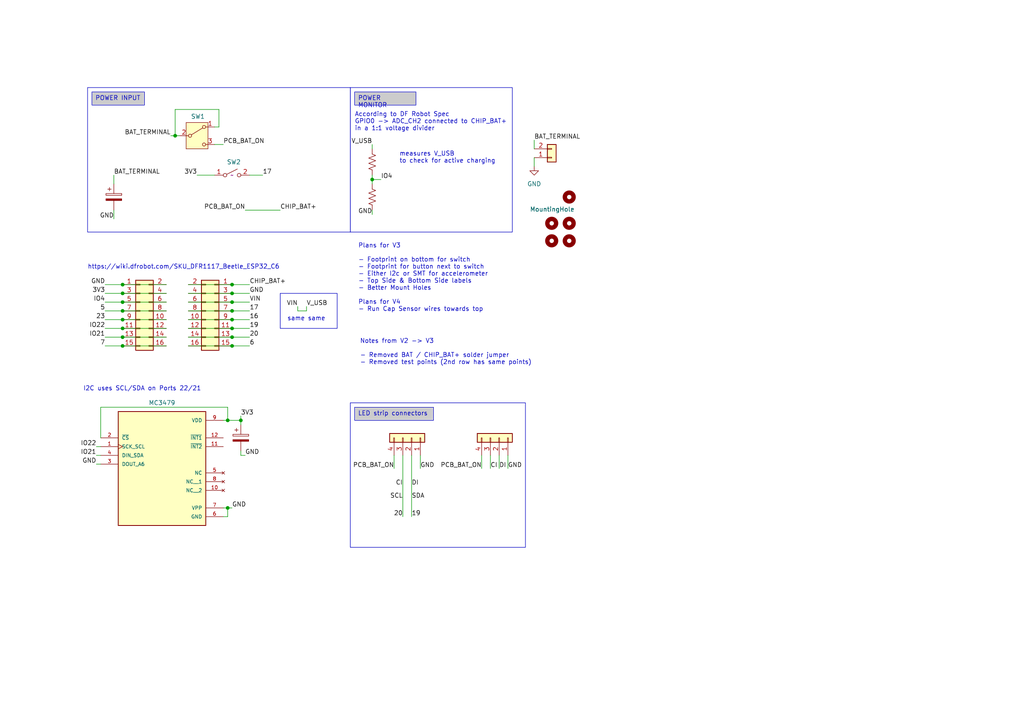
<source format=kicad_sch>
(kicad_sch (version 20231120) (generator "eeschema") (generator_version "8.0")
  (paper "A4")
  (title_block (title "PovPOI") (date "2024-06-10") (rev "3"))
  (lib_symbols
    (symbol "Connector_Generic:Conn_01x02" (pin_names (offset 1.016) hide)
      (property "Reference" "J" (at 0 2.54 0))
      (property "Value" "Conn_01x02" (at 0 -5.08 0))
      (symbol "Conn_01x02_1_1"
        (rectangle (start -1.27 -2.413) (end 0 -2.667) (stroke (width 0.1524)))
        (rectangle (start -1.27 0.127) (end 0 -0.127) (stroke (width 0.1524)))
        (rectangle (start -1.27 1.27) (end 1.27 -3.81) (stroke (width 0.254)) (fill (type background)))
        (pin passive line (at -5.08 0 0) (length 3.81) (name "Pin_1") (number "1"))
        (pin passive line (at -5.08 -2.54 0) (length 3.81) (name "Pin_2") (number "2"))
      )
    )
    (symbol "Connector_Generic:Conn_01x04" (pin_names (offset 1.016) hide)
      (property "Reference" "J" (at 0 5.08 0))
      (property "Value" "Conn_01x04" (at 0 -7.62 0))
      (symbol "Conn_01x04_1_1"
        (rectangle (start -1.27 -4.953) (end 0 -5.207) (stroke (width 0.1524)))
        (rectangle (start -1.27 -2.413) (end 0 -2.667) (stroke (width 0.1524)))
        (rectangle (start -1.27 0.127) (end 0 -0.127) (stroke (width 0.1524)))
        (rectangle (start -1.27 2.667) (end 0 2.413) (stroke (width 0.1524)))
        (rectangle (start -1.27 3.81) (end 1.27 -6.35) (stroke (width 0.254)) (fill (type background)))
        (pin passive line (at -5.08 2.54 0) (length 3.81) (name "Pin_1") (number "1"))
        (pin passive line (at -5.08 0 0) (length 3.81) (name "Pin_2") (number "2"))
        (pin passive line (at -5.08 -2.54 0) (length 3.81) (name "Pin_3") (number "3"))
        (pin passive line (at -5.08 -5.08 0) (length 3.81) (name "Pin_4") (number "4"))
      )
    )
    (symbol "Connector_Generic:Conn_02x08_Odd_Even" (pin_names (offset 1.016) hide)
      (property "Reference" "J" (at 1.27 10.16 0))
      (property "Value" "Conn_02x08_Odd_Even" (at 1.27 -12.7 0))
      (symbol "Conn_02x08_Odd_Even_1_1"
        (rectangle (start -1.27 -10.033) (end 0 -10.287) (stroke (width 0.1524)))
        (rectangle (start -1.27 -7.493) (end 0 -7.747) (stroke (width 0.1524)))
        (rectangle (start -1.27 -4.953) (end 0 -5.207) (stroke (width 0.1524)))
        (rectangle (start -1.27 -2.413) (end 0 -2.667) (stroke (width 0.1524)))
        (rectangle (start -1.27 0.127) (end 0 -0.127) (stroke (width 0.1524)))
        (rectangle (start -1.27 2.667) (end 0 2.413) (stroke (width 0.1524)))
        (rectangle (start -1.27 5.207) (end 0 4.953) (stroke (width 0.1524)))
        (rectangle (start -1.27 7.747) (end 0 7.493) (stroke (width 0.1524)))
        (rectangle (start -1.27 8.89) (end 3.81 -11.43) (stroke (width 0.254)) (fill (type background)))
        (rectangle (start 3.81 -10.033) (end 2.54 -10.287) (stroke (width 0.1524)))
        (rectangle (start 3.81 -7.493) (end 2.54 -7.747) (stroke (width 0.1524)))
        (rectangle (start 3.81 -4.953) (end 2.54 -5.207) (stroke (width 0.1524)))
        (rectangle (start 3.81 -2.413) (end 2.54 -2.667) (stroke (width 0.1524)))
        (rectangle (start 3.81 0.127) (end 2.54 -0.127) (stroke (width 0.1524)))
        (rectangle (start 3.81 2.667) (end 2.54 2.413) (stroke (width 0.1524)))
        (rectangle (start 3.81 5.207) (end 2.54 4.953) (stroke (width 0.1524)))
        (rectangle (start 3.81 7.747) (end 2.54 7.493) (stroke (width 0.1524)))
        (pin passive line (at -5.08 7.62 0) (length 3.81) (name "Pin_1") (number "1"))
        (pin passive line (at 7.62 -2.54 180) (length 3.81) (name "Pin_10") (number "10"))
        (pin passive line (at -5.08 -5.08 0) (length 3.81) (name "Pin_11") (number "11"))
        (pin passive line (at 7.62 -5.08 180) (length 3.81) (name "Pin_12") (number "12"))
        (pin passive line (at -5.08 -7.62 0) (length 3.81) (name "Pin_13") (number "13"))
        (pin passive line (at 7.62 -7.62 180) (length 3.81) (name "Pin_14") (number "14"))
        (pin passive line (at -5.08 -10.16 0) (length 3.81) (name "Pin_15") (number "15"))
        (pin passive line (at 7.62 -10.16 180) (length 3.81) (name "Pin_16") (number "16"))
        (pin passive line (at 7.62 7.62 180) (length 3.81) (name "Pin_2") (number "2"))
        (pin passive line (at -5.08 5.08 0) (length 3.81) (name "Pin_3") (number "3"))
        (pin passive line (at 7.62 5.08 180) (length 3.81) (name "Pin_4") (number "4"))
        (pin passive line (at -5.08 2.54 0) (length 3.81) (name "Pin_5") (number "5"))
        (pin passive line (at 7.62 2.54 180) (length 3.81) (name "Pin_6") (number "6"))
        (pin passive line (at -5.08 0 0) (length 3.81) (name "Pin_7") (number "7"))
        (pin passive line (at 7.62 0 180) (length 3.81) (name "Pin_8") (number "8"))
        (pin passive line (at -5.08 -2.54 0) (length 3.81) (name "Pin_9") (number "9"))
      )
    )
    (symbol "Device:C_Polarized" (pin_numbers hide) (pin_names (offset 0.254))
      (property "Reference" "C" (at 0.635 2.54 0))
      (property "Value" "C_Polarized" (at 0.635 -2.54 0))
      (symbol "C_Polarized_0_1"
        (rectangle (start -2.286 0.508) (end 2.286 1.016))
        (polyline (pts (xy -1.778 2.286) (xy -0.762 2.286)))
        (polyline (pts (xy -1.27 2.794) (xy -1.27 1.778)))
        (rectangle (start 2.286 -0.508) (end -2.286 -1.016) (fill (type outline)))
      )
      (symbol "C_Polarized_1_1"
        (pin passive line (at 0 3.81 270) (length 2.794) (name "~") (number "1"))
        (pin passive line (at 0 -3.81 90) (length 2.794) (name "~") (number "2"))
      )
    )
    (symbol "Device:R_US" (pin_numbers hide) (pin_names (offset 0))
      (property "Reference" "R" (at 2.54 0 90))
      (property "Value" "R_US" (at -2.54 0 90))
      (symbol "R_US_0_1"
        (polyline (pts (xy 0 -2.286) (xy 0 -2.54)))
        (polyline (pts (xy 0 2.286) (xy 0 2.54)))
        (polyline (pts (xy 0 -0.762) (xy 1.016 -1.143) (xy 0 -1.524) (xy -1.016 -1.905) (xy 0 -2.286)))
        (polyline (pts (xy 0 0.762) (xy 1.016 0.381) (xy 0 0) (xy -1.016 -0.381) (xy 0 -0.762)))
        (polyline (pts (xy 0 2.286) (xy 1.016 1.905) (xy 0 1.524) (xy -1.016 1.143) (xy 0 0.762)))
      )
      (symbol "R_US_1_1"
        (pin passive line (at 0 3.81 270) (length 1.27) (name "~") (number "1"))
        (pin passive line (at 0 -3.81 90) (length 1.27) (name "~") (number "2"))
      )
    )
    (symbol "MC3479:MC3479" (pin_names (offset 1.016))
      (property "Reference" "U" (at -12.7 13.462 0))
      (property "Value" "MC3479" (at -12.7 -22.86 0))
      (symbol "MC3479_0_0"
        (rectangle (start -12.7 -20.32) (end 12.7 12.7) (stroke (width 0.254)) (fill (type background)))
        (pin input clock (at -17.78 2.54 0) (length 5.08) (name "SCK_SCL") (number "1"))
        (pin no_connect line (at 17.78 -10.16 180) (length 5.08) (name "NC__2") (number "10"))
        (pin output line (at 17.78 2.54 180) (length 5.08) (name "~{INT2}") (number "11"))
        (pin output line (at 17.78 5.08 180) (length 5.08) (name "~{INT1}") (number "12"))
        (pin input line (at -17.78 5.08 0) (length 5.08) (name "~{CS}") (number "2"))
        (pin bidirectional line (at -17.78 -2.54 0) (length 5.08) (name "DOUT_A6") (number "3"))
        (pin bidirectional line (at -17.78 0 0) (length 5.08) (name "DIN_SDA") (number "4"))
        (pin no_connect line (at 17.78 -5.08 180) (length 5.08) (name "NC") (number "5"))
        (pin power_in line (at 17.78 -17.78 180) (length 5.08) (name "GND") (number "6"))
        (pin passive line (at 17.78 -15.24 180) (length 5.08) (name "VPP") (number "7"))
        (pin no_connect line (at 17.78 -7.62 180) (length 5.08) (name "NC__1") (number "8"))
        (pin power_in line (at 17.78 10.16 180) (length 5.08) (name "VDD") (number "9"))
      )
    )
    (symbol "Mechanical:MountingHole" (pin_names (offset 1.016))
      (property "Reference" "H" (at 0 5.08 0))
      (property "Value" "MountingHole" (at 0 3.175 0))
      (symbol "MountingHole_0_1"
        (circle (center 0 0) (radius 1.27) (stroke (width 1.27)))
      )
    )
    (symbol "Switch:SW_SPDT" (pin_names (offset 0) hide)
      (property "Reference" "SW" (at 0 5.08 0))
      (property "Value" "SW_SPDT" (at 0 -5.08 0))
      (symbol "SW_SPDT_0_1"
        (circle (center -2.032 0) (radius 0.4572))
        (polyline (pts (xy -1.651 0.254) (xy 1.651 2.286)))
        (circle (center 2.032 -2.54) (radius 0.4572))
        (circle (center 2.032 2.54) (radius 0.4572))
      )
      (symbol "SW_SPDT_1_1"
        (rectangle (start -3.175 3.81) (end 3.175 -3.81) (fill (type background)))
        (pin passive line (at 5.08 2.54 180) (length 2.54) (name "A") (number "1"))
        (pin passive line (at -5.08 0 0) (length 2.54) (name "B") (number "2"))
        (pin passive line (at 5.08 -2.54 180) (length 2.54) (name "C") (number "3"))
      )
    )
    (symbol "Switch:SW_SPST" (pin_names (offset 0) hide)
      (property "Reference" "SW" (at 0 3.175 0))
      (property "Value" "SW_SPST" (at 0 -2.54 0))
      (symbol "SW_SPST_0_0"
        (circle (center -2.032 0) (radius 0.508))
        (polyline (pts (xy -1.524 0.254) (xy 1.524 1.778)))
        (circle (center 2.032 0) (radius 0.508))
      )
      (symbol "SW_SPST_1_1"
        (pin passive line (at -5.08 0 0) (length 2.54) (name "A") (number "1"))
        (pin passive line (at 5.08 0 180) (length 2.54) (name "B") (number "2"))
      )
    )
    (symbol "power:GND" (power) (pin_names (offset 0))
      (property "Value" "GND" (at 0 -3.81 0))
      (symbol "GND_0_1"
        (polyline (pts (xy 0 0) (xy 0 -1.27) (xy 1.27 -1.27) (xy 0 -2.54) (xy -1.27 -1.27) (xy 0 -1.27)))
      )
      (symbol "GND_1_1"
        (pin power_in line (at 0 0 270) (length 0) hide (name "GND") (number "1"))
      )
    )
  )
  (junction (at 35.56 87.63))
  (junction (at 69.85 121.92))
  (junction (at 35.56 95.25))
  (junction (at 35.56 82.55))
  (junction (at 67.31 97.79))
  (junction (at 67.31 85.09))
  (junction (at 35.56 85.09))
  (junction (at 67.31 100.33))
  (junction (at 67.31 95.25))
  (junction (at 67.31 87.63))
  (junction (at 35.56 90.17))
  (junction (at 107.95 52.07))
  (junction (at 35.56 97.79))
  (junction (at 50.8 39.37))
  (junction (at 66.04 121.92))
  (junction (at 66.04 147.32))
  (junction (at 67.31 82.55))
  (junction (at 67.31 92.71))
  (junction (at 67.31 90.17))
  (junction (at 35.56 100.33))
  (junction (at 35.56 92.71))
  (wire (pts (xy 35.56 92.71) (xy 48.26 92.71)))
  (wire (pts (xy 116.84 132.08) (xy 116.84 149.86)))
  (wire (pts (xy 62.23 36.83) (xy 63.5 36.83)))
  (wire (pts (xy 88.9 90.17) (xy 88.9 88.9)))
  (wire (pts (xy 35.56 100.33) (xy 48.26 100.33)))
  (wire (pts (xy 30.48 85.09) (xy 35.56 85.09)))
  (wire (pts (xy 67.31 92.71) (xy 72.39 92.71)))
  (wire (pts (xy 50.8 31.75) (xy 63.5 31.75)))
  (wire (pts (xy 142.24 132.08) (xy 142.24 135.89)))
  (wire (pts (xy 54.61 87.63) (xy 67.31 87.63)))
  (wire (pts (xy 27.94 129.54) (xy 29.21 129.54)))
  (wire (pts (xy 107.95 52.07) (xy 110.49 52.07)))
  (wire (pts (xy 114.3 132.08) (xy 114.3 135.89)))
  (wire (pts (xy 69.85 132.08) (xy 69.85 130.81)))
  (wire (pts (xy 107.95 60.96) (xy 107.95 62.23)))
  (wire (pts (xy 64.77 121.92) (xy 66.04 121.92)))
  (wire (pts (xy 27.94 134.62) (xy 29.21 134.62)))
  (wire (pts (xy 30.48 90.17) (xy 35.56 90.17)))
  (wire (pts (xy 67.31 100.33) (xy 72.39 100.33)))
  (wire (pts (xy 121.92 132.08) (xy 121.92 135.89)))
  (wire (pts (xy 54.61 82.55) (xy 67.31 82.55)))
  (wire (pts (xy 144.78 132.08) (xy 144.78 135.89)))
  (wire (pts (xy 64.77 147.32) (xy 66.04 147.32)))
  (wire (pts (xy 66.04 147.32) (xy 67.31 147.32)))
  (wire (pts (xy 29.21 127) (xy 29.21 118.11)))
  (wire (pts (xy 30.48 82.55) (xy 35.56 82.55)))
  (wire (pts (xy 69.85 123.19) (xy 69.85 121.92)))
  (wire (pts (xy 67.31 87.63) (xy 72.39 87.63)))
  (wire (pts (xy 71.12 132.08) (xy 69.85 132.08)))
  (wire (pts (xy 62.23 41.91) (xy 64.77 41.91)))
  (wire (pts (xy 154.94 45.72) (xy 154.94 48.26)))
  (wire (pts (xy 119.38 132.08) (xy 119.38 149.86)))
  (wire (pts (xy 49.53 39.37) (xy 50.8 39.37)))
  (wire (pts (xy 107.95 50.8) (xy 107.95 52.07)))
  (wire (pts (xy 86.36 90.17) (xy 86.36 88.9)))
  (wire (pts (xy 66.04 149.86) (xy 66.04 147.32)))
  (wire (pts (xy 35.56 87.63) (xy 48.26 87.63)))
  (wire (pts (xy 30.48 87.63) (xy 35.56 87.63)))
  (wire (pts (xy 71.12 60.96) (xy 81.28 60.96)))
  (wire (pts (xy 139.7 132.08) (xy 139.7 135.89)))
  (wire (pts (xy 54.61 90.17) (xy 67.31 90.17)))
  (wire (pts (xy 30.48 95.25) (xy 35.56 95.25)))
  (wire (pts (xy 50.8 31.75) (xy 50.8 39.37)))
  (wire (pts (xy 63.5 31.75) (xy 63.5 36.83)))
  (wire (pts (xy 147.32 132.08) (xy 147.32 135.89)))
  (wire (pts (xy 35.56 82.55) (xy 48.26 82.55)))
  (wire (pts (xy 72.39 50.8) (xy 76.2 50.8)))
  (wire (pts (xy 35.56 95.25) (xy 48.26 95.25)))
  (wire (pts (xy 33.02 60.96) (xy 33.02 63.5)))
  (wire (pts (xy 69.85 121.92) (xy 66.04 121.92)))
  (wire (pts (xy 54.61 85.09) (xy 67.31 85.09)))
  (wire (pts (xy 57.15 50.8) (xy 62.23 50.8)))
  (wire (pts (xy 107.95 41.91) (xy 107.95 43.18)))
  (wire (pts (xy 54.61 92.71) (xy 67.31 92.71)))
  (wire (pts (xy 27.94 132.08) (xy 29.21 132.08)))
  (wire (pts (xy 69.85 120.65) (xy 69.85 121.92)))
  (wire (pts (xy 54.61 95.25) (xy 67.31 95.25)))
  (wire (pts (xy 54.61 100.33) (xy 67.31 100.33)))
  (wire (pts (xy 35.56 85.09) (xy 48.26 85.09)))
  (wire (pts (xy 50.8 39.37) (xy 52.07 39.37)))
  (wire (pts (xy 35.56 90.17) (xy 48.26 90.17)))
  (wire (pts (xy 66.04 118.11) (xy 66.04 121.92)))
  (wire (pts (xy 30.48 92.71) (xy 35.56 92.71)))
  (wire (pts (xy 67.31 90.17) (xy 72.39 90.17)))
  (wire (pts (xy 67.31 82.55) (xy 72.39 82.55)))
  (wire (pts (xy 107.95 53.34) (xy 107.95 52.07)))
  (wire (pts (xy 86.36 90.17) (xy 88.9 90.17)))
  (wire (pts (xy 67.31 85.09) (xy 72.39 85.09)))
  (wire (pts (xy 64.77 149.86) (xy 66.04 149.86)))
  (wire (pts (xy 29.21 118.11) (xy 66.04 118.11)))
  (wire (pts (xy 30.48 97.79) (xy 35.56 97.79)))
  (wire (pts (xy 54.61 97.79) (xy 67.31 97.79)))
  (wire (pts (xy 67.31 97.79) (xy 72.39 97.79)))
  (wire (pts (xy 67.31 95.25) (xy 72.39 95.25)))
  (wire (pts (xy 33.02 50.8) (xy 33.02 53.34)))
  (wire (pts (xy 154.94 40.64) (xy 154.94 43.18)))
  (wire (pts (xy 35.56 97.79) (xy 48.26 97.79)))
  (wire (pts (xy 30.48 100.33) (xy 35.56 100.33)))
  (rectangle (start 101.6 25.4) (end 148.59 67.31))
  (rectangle (start 25.4 25.4) (end 101.6 67.31))
  (rectangle (start 101.6 116.84) (end 152.4 158.75))
  (rectangle (start 81.28 85.09) (end 97.79 95.25))
  (text_box "POWER INPUT" (at 26.67 26.67 0) (size 15.24 3.81) (fill (type color) (color 204 204 204 1)) (effects (font (size 1.27 1.27)) (justify left top)))
  (text_box "LED strip connectors" (at 102.87 118.11 0) (size 22.86 3.81) (fill (type color) (color 204 204 204 1)) (effects (font (size 1.27 1.27)) (justify left top)))
  (text_box "POWER MONITOR\n" (at 102.87 26.67 0) (size 17.78 3.81) (fill (type color) (color 204 204 204 1)) (effects (font (size 1.27 1.27)) (justify left top)))
  (text "https://wiki.dfrobot.com/SKU_DFR1117_Beetle_ESP32_C6" (at 25.4 78.232 0) (effects (font (size 1.27 1.27)) (justify left bottom)))
  (text "same same\n" (at 83.312 93.218 0) (effects (font (size 1.27 1.27)) (justify left bottom)))
  (text "Plans for V3\n\n- Footprint on bottom for switch\n- Footprint for button next to switch\n- Either I2c or SMT for accelerometer\n- Top Side & Bottom Side labels\n- Better Mount Holes\n\nPlans for V4\n- Run Cap Sensor wires towards top\n" (at 103.886 70.612 0) (effects (font (size 1.27 1.27)) (justify left top)))
  (text "I2C uses SCL/SDA on Ports 22/21" (at 24.13 113.538 0) (effects (font (size 1.27 1.27)) (justify left bottom)))
  (text "Notes from V2 -> V3\n\n- Removed BAT / CHIP_BAT+ solder jumper\n- Removed test points (2nd row has same points)" (at 104.394 105.918 0) (effects (font (size 1.27 1.27)) (justify left bottom)))
  (text "measures V_USB\nto check for active charging" (at 115.824 47.498 0) (effects (font (size 1.27 1.27)) (justify left bottom)))
  (text "According to DF Robot Spec\nGPIO0 -> ADC_CH2 connected to CHIP_BAT+\nin a 1:1 voltage divider" (at 102.87 38.1 0) (effects (font (size 1.27 1.27)) (justify left bottom)))
  (label "GND" (at 107.95 62.23 180))
  (label "3V3" (at 57.15 50.8 180))
  (label "20" (at 72.39 97.79 0))
  (label "GND" (at 71.12 132.08 0))
  (label "GND" (at 121.92 135.89 0))
  (label "GND" (at 67.31 147.32 0))
  (label "3V3" (at 69.85 120.65 0))
  (label "PCB_BAT_ON" (at 71.12 60.96 180))
  (label "CI" (at 142.24 135.89 0))
  (label "V_USB" (at 107.95 41.91 180))
  (label "23" (at 30.48 92.71 180))
  (label "DI" (at 144.78 135.89 0))
  (label "BAT_TERMINAL" (at 49.53 39.37 180))
  (label "CHIP_BAT+" (at 81.28 60.96 0))
  (label "GND" (at 147.32 135.89 0))
  (label "DI" (at 119.38 140.97 0))
  (label "PCB_BAT_ON" (at 139.7 135.89 180))
  (label "GND" (at 33.02 63.5 180))
  (label "20" (at 116.84 149.86 180))
  (label "16" (at 72.39 92.71 0))
  (label "3V3" (at 30.48 85.09 180))
  (label "17" (at 72.39 90.17 0))
  (label "CHIP_BAT+" (at 72.39 82.55 0))
  (label "6" (at 72.39 100.33 0))
  (label "CI" (at 116.84 140.97 180))
  (label "IO21" (at 27.94 132.08 180))
  (label "SDA" (at 119.38 144.78 0))
  (label "GND" (at 27.94 134.62 180))
  (label "7" (at 30.48 100.33 180))
  (label "IO21" (at 30.48 97.79 180))
  (label "IO4" (at 30.48 87.63 180))
  (label "VIN" (at 86.36 88.9 180))
  (label "BAT_TERMINAL" (at 154.94 40.64 0))
  (label "BAT_TERMINAL" (at 33.02 50.8 0))
  (label "SCL" (at 116.84 144.78 180))
  (label "IO22" (at 30.48 95.25 180))
  (label "PCB_BAT_ON" (at 64.77 41.91 0))
  (label "19" (at 119.38 149.86 0))
  (label "19" (at 72.39 95.25 0))
  (label "V_USB" (at 88.9 88.9 0))
  (label "17" (at 76.2 50.8 0))
  (label "IO4" (at 110.49 52.07 0))
  (label "PCB_BAT_ON" (at 114.3 135.89 180))
  (label "5" (at 30.48 90.17 180))
  (label "GND" (at 30.48 82.55 180))
  (label "VIN" (at 72.39 87.63 0))
  (label "IO22" (at 27.94 129.54 180))
  (label "GND" (at 72.39 85.09 0))
  (symbol (lib_id "power:GND") (at 154.94 48.26 0) (unit 1)
    (property "Reference" "#PWR02" (effects (hide yes)))
    (property "Value" "GND" (at 154.94 53.34 0))
  )
  (symbol (lib_id "Connector_Generic:Conn_01x04") (at 144.78 127 270) (mirror x) (unit 1)
    (property "Reference" "J3" (effects (hide yes)))
    (property "Value" "Conn_01x04" (effects (hide yes)))
    (property "Footprint" "Library:PinHeader_1x04_P2.54mm_Horizontal_Seth" (effects (hide yes)))
  )
  (symbol (lib_id "Connector_Generic:Conn_01x04") (at 119.38 127 270) (mirror x) (unit 1)
    (property "Reference" "J5" (effects (hide yes)))
    (property "Value" "Conn_01x04" (effects (hide yes)))
    (property "Footprint" "Library:PinHeader_1x04_P2.54mm_Horizontal_Seth" (effects (hide yes)))
  )
  (symbol (lib_id "Connector_Generic:Conn_02x08_Odd_Even") (at 62.23 90.17 0) (mirror y) (unit 1)
    (property "Reference" "J2" (effects (hide yes)))
    (property "Value" "Conn_02x08_Top_Bottom" (effects (hide yes)))
    (property "Footprint" "Connector_PinSocket_2.54mm:PinSocket_2x08_P2.54mm_Vertical" (effects (hide yes)))
  )
  (symbol (lib_id "Switch:SW_SPDT") (at 57.15 39.37 0) (unit 1)
    (property "Reference" "SW1" (at 57.404 33.782 0))
    (property "Value" "SW_SPDT" (effects (hide yes)))
    (property "Footprint" "Button_Switch_THT:SW_Slide_SPDT_Angled_CK_OS102011MA1Q" (effects (hide yes)))
    (property "Description" "Switch, single pole double throw" (effects (hide yes)))
  )
  (symbol (lib_id "Mechanical:MountingHole") (at 165.1 69.85 0) (unit 1)
    (property "Reference" "H4" (effects (hide yes)))
    (property "Value" "MountingHole" (effects (hide yes)))
    (property "Footprint" "MountingHole:MountingHole_2.2mm_M2_Pad" (effects (hide yes)))
  )
  (symbol (lib_id "MC3479:MC3479") (at 46.99 132.08 0) (unit 1)
    (property "Reference" "U1" (effects (hide yes)))
    (property "Value" "MC3479" (at 46.99 116.84 0))
    (property "Footprint" "Library:PQFN50P200X200X100-12N_HandSoldering" (effects (hide yes)))
    (property "PARTREV" "1.1" (effects (hide yes)))
    (property "STANDARD" "IPC-7351B" (effects (hide yes)))
    (property "MAXIMUM_PACKAGE_HEIGHT" "1.0mm" (effects (hide yes)))
    (property "MANUFACTURER" "MEMSIC" (effects (hide yes)))
  )
  (symbol (lib_id "Switch:SW_SPST") (at 67.31 50.8 0) (unit 1)
    (property "Reference" "SW2" (at 67.818 46.99 0))
    (property "Value" "SW_SPST" (effects (hide yes)))
    (property "Footprint" "Button_Switch_THT:SW_Tactile_SPST_Angled_PTS645Vx39-2LFS" (effects (hide yes)))
    (property "Datasheet" "~" (at 67.31 50.8 0))
    (property "Description" "Single Pole Single Throw (SPST) switch" (effects (hide yes)))
  )
  (symbol (lib_id "Device:R_US") (at 107.95 46.99 180) (unit 1)
    (property "Reference" "R1" (effects (hide yes)))
    (property "Value" "R_US" (effects (hide yes)))
    (property "Footprint" "Resistor_SMD:R_0805_2012Metric_Pad1.20x1.40mm_HandSolder" (effects (hide yes)))
    (property "Description" "Resistor, US symbol" (effects (hide yes)))
  )
  (symbol (lib_id "Mechanical:MountingHole") (at 165.1 57.15 0) (unit 1)
    (property "Reference" "H5" (effects (hide yes)))
    (property "Value" "MountingHole" (effects (hide yes)))
    (property "Footprint" "MountingHole:MountingHole_2.2mm_M2_Pad" (effects (hide yes)))
  )
  (symbol (lib_id "Device:C_Polarized") (at 33.02 57.15 0) (unit 1)
    (property "Reference" "C2" (effects (hide yes)))
    (property "Value" "C_Polarized" (effects (hide yes)))
    (property "Footprint" "Resistor_SMD:R_0805_2012Metric_Pad1.20x1.40mm_HandSolder" (effects (hide yes)))
  )
  (symbol (lib_id "Mechanical:MountingHole") (at 165.1 64.77 0) (unit 1)
    (property "Reference" "H2" (effects (hide yes)))
    (property "Value" "MountingHole" (effects (hide yes)))
    (property "Footprint" "MountingHole:MountingHole_2.2mm_M2_Pad" (effects (hide yes)))
  )
  (symbol (lib_id "Connector_Generic:Conn_01x02") (at 160.02 45.72 0) (mirror x) (unit 1)
    (property "Reference" "BatteryConn1" (effects (hide yes)))
    (property "Value" "Conn_01x02" (effects (hide yes)))
    (property "Footprint" "Connector_PinSocket_2.54mm:PinSocket_1x02_P2.54mm_Vertical" (effects (hide yes)))
  )
  (symbol (lib_id "Mechanical:MountingHole") (at 160.02 64.77 0) (unit 1)
    (property "Reference" "H3" (effects (hide yes)))
    (property "Value" "MountingHole" (at 153.67 60.706 0) (effects (justify left)))
    (property "Footprint" "MountingHole:MountingHole_2.2mm_M2_Pad" (effects (hide yes)))
  )
  (symbol (lib_id "Connector_Generic:Conn_02x08_Odd_Even") (at 40.64 90.17 0) (unit 1)
    (property "Reference" "J1" (effects (hide yes)))
    (property "Value" "Conn_02x08_Top_Bottom" (effects (hide yes)))
    (property "Footprint" "Connector_PinSocket_2.54mm:PinSocket_2x08_P2.54mm_Vertical" (effects (hide yes)))
  )
  (symbol (lib_id "Device:C_Polarized") (at 69.85 127 0) (unit 1)
    (property "Reference" "C1" (effects (hide yes)))
    (property "Value" "C_Polarized" (effects (hide yes)))
    (property "Footprint" "Resistor_SMD:R_0805_2012Metric_Pad1.20x1.40mm_HandSolder" (effects (hide yes)))
  )
  (symbol (lib_id "Device:R_US") (at 107.95 57.15 180) (unit 1)
    (property "Reference" "R2" (effects (hide yes)))
    (property "Value" "R_US" (effects (hide yes)))
    (property "Footprint" "Resistor_SMD:R_0805_2012Metric_Pad1.20x1.40mm_HandSolder" (effects (hide yes)))
    (property "Description" "Resistor, US symbol" (effects (hide yes)))
  )
  (symbol (lib_id "Mechanical:MountingHole") (at 160.02 69.85 0) (unit 1)
    (property "Reference" "H1" (effects (hide yes)))
    (property "Value" "MountingHole" (effects (hide yes)))
    (property "Footprint" "MountingHole:MountingHole_2.2mm_M2_Pad" (effects (hide yes)))
  )
)
</source>
